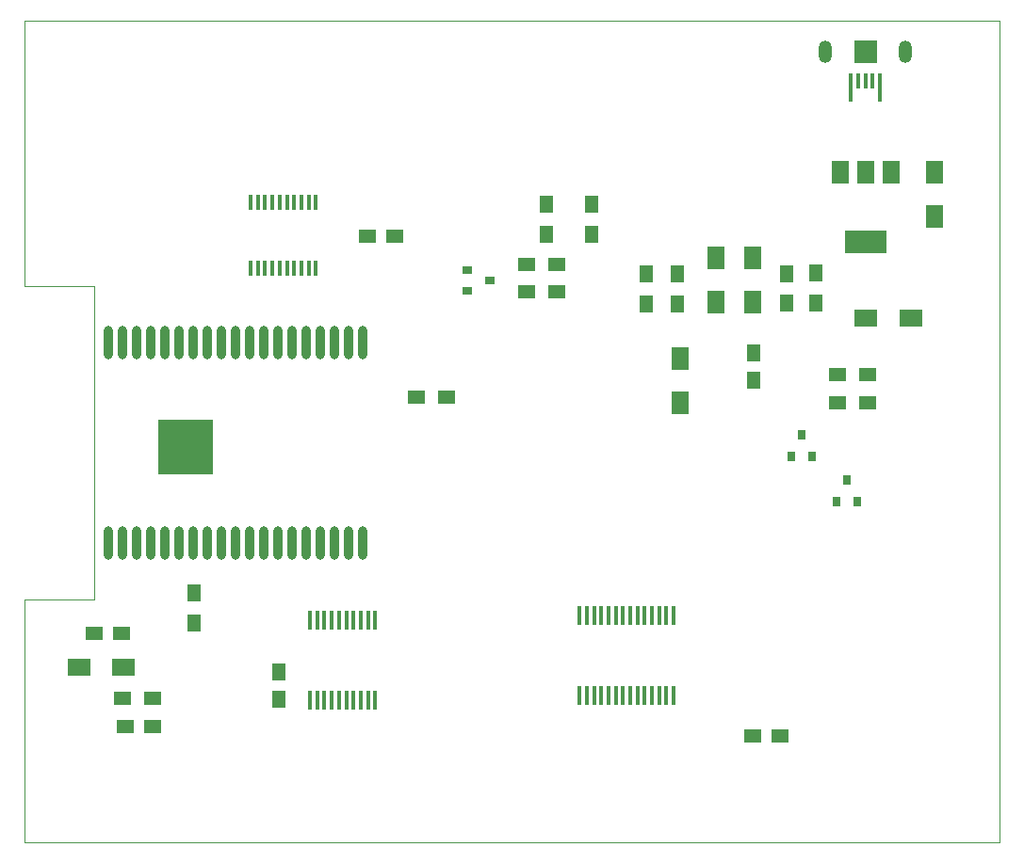
<source format=gbr>
G04 #@! TF.GenerationSoftware,KiCad,Pcbnew,(5.1.5)-3*
G04 #@! TF.CreationDate,2021-01-31T13:17:02+13:00*
G04 #@! TF.ProjectId,PocketTRS,506f636b-6574-4545-9253-2e6b69636164,rev?*
G04 #@! TF.SameCoordinates,Original*
G04 #@! TF.FileFunction,Paste,Top*
G04 #@! TF.FilePolarity,Positive*
%FSLAX46Y46*%
G04 Gerber Fmt 4.6, Leading zero omitted, Abs format (unit mm)*
G04 Created by KiCad (PCBNEW (5.1.5)-3) date 2021-01-31 13:17:02*
%MOMM*%
%LPD*%
G04 APERTURE LIST*
%ADD10C,0.050000*%
%ADD11O,0.900000X3.000000*%
%ADD12R,5.000000X5.000000*%
%ADD13R,1.500000X2.000000*%
%ADD14R,3.800000X2.000000*%
%ADD15R,1.250000X1.500000*%
%ADD16R,1.600000X2.000000*%
%ADD17R,2.000000X1.600000*%
%ADD18R,1.500000X1.250000*%
%ADD19R,1.300000X1.500000*%
%ADD20R,1.500000X1.300000*%
%ADD21R,0.450000X1.750000*%
%ADD22R,0.450000X1.450000*%
%ADD23R,0.900000X0.800000*%
%ADD24R,0.800000X0.900000*%
%ADD25O,1.200000X2.000000*%
%ADD26R,2.000000X2.000000*%
%ADD27R,0.400000X2.500000*%
%ADD28R,0.400000X1.350000*%
G04 APERTURE END LIST*
D10*
X165100000Y-135890000D02*
X165100000Y-114046000D01*
X165100000Y-64770000D02*
X165100000Y-85852000D01*
X171323000Y-85852000D02*
X171323000Y-90805000D01*
X171323000Y-85852000D02*
X165100000Y-85852000D01*
X171323000Y-114046000D02*
X171323000Y-90805000D01*
X165100000Y-114046000D02*
X171323000Y-114046000D01*
X252730000Y-64770000D02*
X252730000Y-61976000D01*
X165100000Y-61976000D02*
X165100000Y-64770000D01*
X252730000Y-135890000D02*
X165100000Y-135890000D01*
X252730000Y-64770000D02*
X252730000Y-135890000D01*
X165100000Y-61976000D02*
X252730000Y-61976000D01*
D11*
X172614000Y-90919000D03*
X173884000Y-90919000D03*
X175154000Y-90919000D03*
X176424000Y-90919000D03*
X177694000Y-90919000D03*
X178964000Y-90919000D03*
X180234000Y-90919000D03*
X181504000Y-90919000D03*
X182774000Y-90919000D03*
X184044000Y-90919000D03*
X185314000Y-90919000D03*
X186584000Y-90919000D03*
X187854000Y-90919000D03*
X189124000Y-90919000D03*
X190424000Y-90949000D03*
X191694000Y-90949000D03*
X192964000Y-90949000D03*
X194234000Y-90949000D03*
X195504000Y-90949000D03*
X195504000Y-108949000D03*
X194234000Y-108949000D03*
X192964000Y-108949000D03*
X191694000Y-108949000D03*
X190424000Y-108949000D03*
X189124000Y-108949000D03*
X187854000Y-108949000D03*
X186584000Y-108949000D03*
X185314000Y-108949000D03*
X184044000Y-108949000D03*
X182774000Y-108949000D03*
X181504000Y-108949000D03*
X180234000Y-108949000D03*
X178964000Y-108949000D03*
X177694000Y-108949000D03*
X176424000Y-108949000D03*
X175154000Y-108949000D03*
X173884000Y-108949000D03*
X172614000Y-108949000D03*
D12*
X179534000Y-100349000D03*
D13*
X242965000Y-75590000D03*
X238365000Y-75590000D03*
X240665000Y-75590000D03*
D14*
X240665000Y-81890000D03*
D15*
X230632000Y-91841000D03*
X230632000Y-94341000D03*
D16*
X246888000Y-79597000D03*
X246888000Y-75597000D03*
D17*
X244729000Y-88773000D03*
X240729000Y-88773000D03*
D15*
X187960000Y-120543000D03*
X187960000Y-123043000D03*
D18*
X233025000Y-126365000D03*
X230525000Y-126365000D03*
X195874000Y-81407000D03*
X198374000Y-81407000D03*
X171343000Y-117094000D03*
X173843000Y-117094000D03*
X174137000Y-125476000D03*
X176637000Y-125476000D03*
D19*
X211963000Y-78533000D03*
X211963000Y-81233000D03*
X216027000Y-81233000D03*
X216027000Y-78533000D03*
X220980000Y-87456000D03*
X220980000Y-84756000D03*
X223774000Y-87456000D03*
X223774000Y-84756000D03*
X233553000Y-87409000D03*
X233553000Y-84756000D03*
X236220000Y-84709000D03*
X236220000Y-87409000D03*
D20*
X210232000Y-86360000D03*
X212932000Y-86360000D03*
X212932000Y-83947000D03*
X210232000Y-83947000D03*
X200326000Y-95885000D03*
X203026000Y-95885000D03*
X176610000Y-122936000D03*
X173910000Y-122936000D03*
X238172000Y-93853000D03*
X240872000Y-93853000D03*
X238172000Y-96393000D03*
X240872000Y-96393000D03*
D19*
X180340000Y-113458000D03*
X180340000Y-116158000D03*
D21*
X214977000Y-115526000D03*
X215627000Y-115526000D03*
X216277000Y-115526000D03*
X216927000Y-115526000D03*
X217577000Y-115526000D03*
X218227000Y-115526000D03*
X218877000Y-115526000D03*
X219527000Y-115526000D03*
X220177000Y-115526000D03*
X220827000Y-115526000D03*
X221477000Y-115526000D03*
X222127000Y-115526000D03*
X222777000Y-115526000D03*
X223427000Y-115526000D03*
X223427000Y-122726000D03*
X222777000Y-122726000D03*
X222127000Y-122726000D03*
X221477000Y-122726000D03*
X220827000Y-122726000D03*
X220177000Y-122726000D03*
X219527000Y-122726000D03*
X218877000Y-122726000D03*
X218227000Y-122726000D03*
X217577000Y-122726000D03*
X216927000Y-122726000D03*
X216277000Y-122726000D03*
X215627000Y-122726000D03*
X214977000Y-122726000D03*
D22*
X191266000Y-84230000D03*
X190616000Y-84230000D03*
X189966000Y-84230000D03*
X189316000Y-84230000D03*
X188666000Y-84230000D03*
X188016000Y-84230000D03*
X187366000Y-84230000D03*
X186716000Y-84230000D03*
X186066000Y-84230000D03*
X185416000Y-84230000D03*
X185416000Y-78330000D03*
X186066000Y-78330000D03*
X186716000Y-78330000D03*
X187366000Y-78330000D03*
X188016000Y-78330000D03*
X188666000Y-78330000D03*
X189316000Y-78330000D03*
X189966000Y-78330000D03*
X190616000Y-78330000D03*
X191266000Y-78330000D03*
D23*
X206867000Y-85344000D03*
X204867000Y-86294000D03*
X204867000Y-84394000D03*
D24*
X234000000Y-101203000D03*
X235900000Y-101203000D03*
X234950000Y-99203000D03*
X239014000Y-103267000D03*
X239964000Y-105267000D03*
X238064000Y-105267000D03*
D21*
X196600000Y-123107000D03*
X195950000Y-123107000D03*
X195300000Y-123107000D03*
X194650000Y-123107000D03*
X194000000Y-123107000D03*
X193350000Y-123107000D03*
X192700000Y-123107000D03*
X192050000Y-123107000D03*
X191400000Y-123107000D03*
X190750000Y-123107000D03*
X190750000Y-115907000D03*
X191400000Y-115907000D03*
X192050000Y-115907000D03*
X192700000Y-115907000D03*
X193350000Y-115907000D03*
X194000000Y-115907000D03*
X194650000Y-115907000D03*
X195300000Y-115907000D03*
X195950000Y-115907000D03*
X196600000Y-115907000D03*
D17*
X169958000Y-120142000D03*
X173958000Y-120142000D03*
D16*
X227203000Y-83344000D03*
X227203000Y-87344000D03*
X230505000Y-87344000D03*
X230505000Y-83344000D03*
X224028000Y-96361000D03*
X224028000Y-92361000D03*
D25*
X244240000Y-64770000D03*
D26*
X240665000Y-64770000D03*
D25*
X237090000Y-64770000D03*
D27*
X241965000Y-68021200D03*
D28*
X241315000Y-67445000D03*
X240665000Y-67445000D03*
X240015000Y-67445000D03*
D27*
X239365000Y-68021200D03*
M02*

</source>
